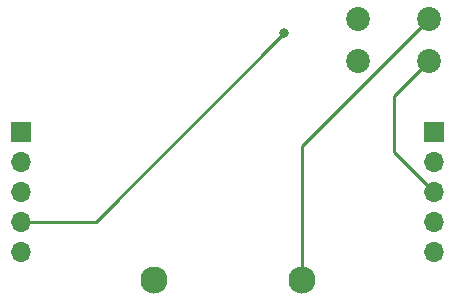
<source format=gbl>
G04 #@! TF.GenerationSoftware,KiCad,Pcbnew,(6.0.4)*
G04 #@! TF.CreationDate,2023-01-21T15:00:39-06:00*
G04 #@! TF.ProjectId,BPS-ShuntResistor,4250532d-5368-4756-9e74-526573697374,rev?*
G04 #@! TF.SameCoordinates,Original*
G04 #@! TF.FileFunction,Copper,L2,Bot*
G04 #@! TF.FilePolarity,Positive*
%FSLAX46Y46*%
G04 Gerber Fmt 4.6, Leading zero omitted, Abs format (unit mm)*
G04 Created by KiCad (PCBNEW (6.0.4)) date 2023-01-21 15:00:39*
%MOMM*%
%LPD*%
G01*
G04 APERTURE LIST*
G04 #@! TA.AperFunction,ComponentPad*
%ADD10R,1.700000X1.700000*%
G04 #@! TD*
G04 #@! TA.AperFunction,ComponentPad*
%ADD11O,1.700000X1.700000*%
G04 #@! TD*
G04 #@! TA.AperFunction,ComponentPad*
%ADD12C,2.028000*%
G04 #@! TD*
G04 #@! TA.AperFunction,ComponentPad*
%ADD13C,2.300000*%
G04 #@! TD*
G04 #@! TA.AperFunction,ViaPad*
%ADD14C,0.800000*%
G04 #@! TD*
G04 #@! TA.AperFunction,Conductor*
%ADD15C,0.250000*%
G04 #@! TD*
G04 APERTURE END LIST*
D10*
X117525000Y-107420000D03*
D11*
X117525000Y-109960000D03*
X117525000Y-112500000D03*
X117525000Y-115040000D03*
X117525000Y-117580000D03*
D10*
X152500000Y-107425000D03*
D11*
X152500000Y-109965000D03*
X152500000Y-112505000D03*
X152500000Y-115045000D03*
X152500000Y-117585000D03*
D12*
X146085000Y-101453000D03*
X152085000Y-101453000D03*
X152085000Y-97905000D03*
X146085000Y-97905000D03*
D13*
X128760000Y-120005000D03*
X141360000Y-120005000D03*
D14*
X139800000Y-99100000D03*
D15*
X141360000Y-108630000D02*
X141360000Y-120005000D01*
X152085000Y-97905000D02*
X141360000Y-108630000D01*
X123860000Y-115040000D02*
X117525000Y-115040000D01*
X139800000Y-99100000D02*
X123860000Y-115040000D01*
X149100000Y-109105000D02*
X152500000Y-112505000D01*
X149100000Y-104438000D02*
X149100000Y-109105000D01*
X152085000Y-101453000D02*
X149100000Y-104438000D01*
M02*

</source>
